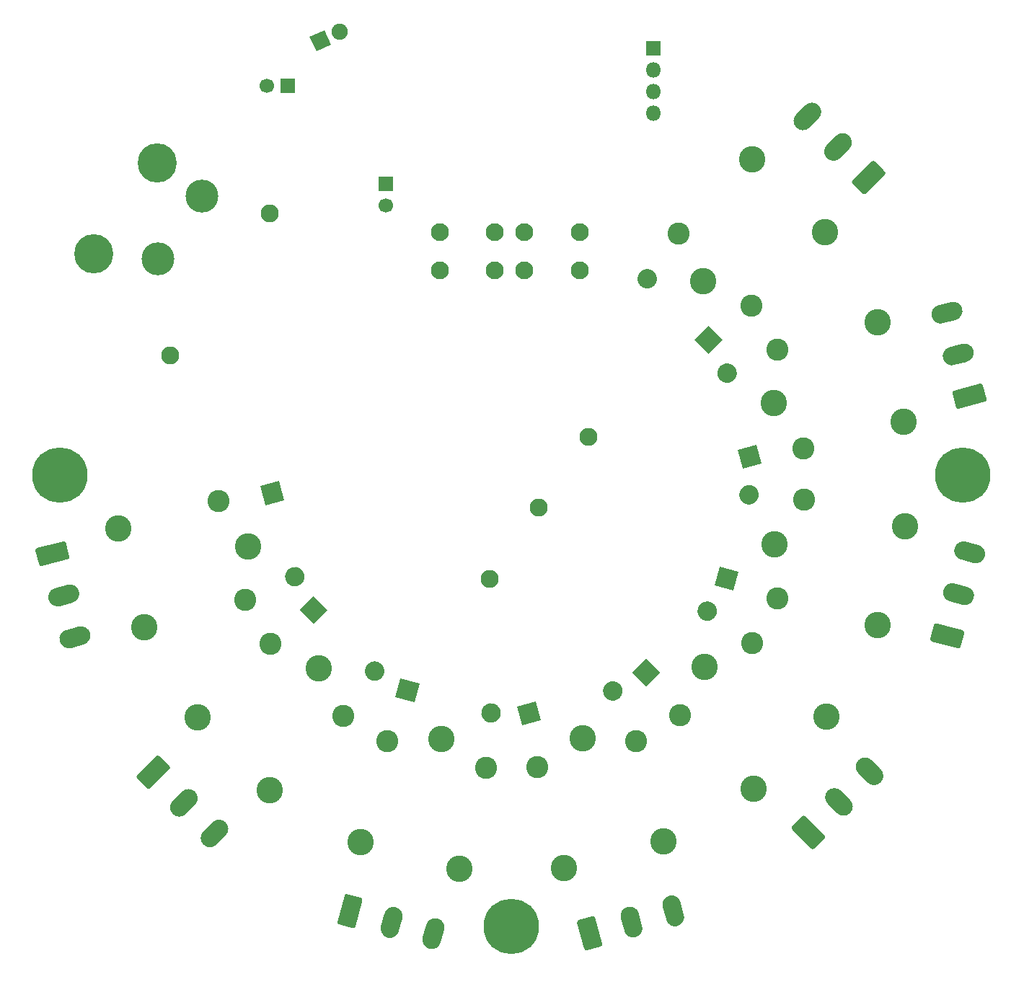
<source format=gbr>
%TF.GenerationSoftware,KiCad,Pcbnew,(5.1.6)-1*%
%TF.CreationDate,2020-11-10T08:59:03-03:00*%
%TF.ProjectId,8rel,3872656c-2e6b-4696-9361-645f70636258,rev?*%
%TF.SameCoordinates,Original*%
%TF.FileFunction,Soldermask,Bot*%
%TF.FilePolarity,Negative*%
%FSLAX46Y46*%
G04 Gerber Fmt 4.6, Leading zero omitted, Abs format (unit mm)*
G04 Created by KiCad (PCBNEW (5.1.6)-1) date 2020-11-10 08:59:03*
%MOMM*%
%LPD*%
G01*
G04 APERTURE LIST*
%ADD10C,0.900000*%
%ADD11C,6.500000*%
%ADD12C,2.125000*%
%ADD13C,4.600000*%
%ADD14C,3.859000*%
%ADD15O,1.800000X1.800000*%
%ADD16R,1.800000X1.800000*%
%ADD17C,1.700000*%
%ADD18R,1.700000X1.700000*%
%ADD19C,2.100000*%
%ADD20C,0.100000*%
%ADD21C,2.600000*%
%ADD22C,3.100000*%
%ADD23C,1.900000*%
G04 APERTURE END LIST*
D10*
%TO.C,REF\u002A\u002A*%
X101697056Y-151302944D03*
X100000000Y-150600000D03*
X98302944Y-151302944D03*
X97600000Y-153000000D03*
X98302944Y-154697056D03*
X100000000Y-155400000D03*
X101697056Y-154697056D03*
X102400000Y-153000000D03*
D11*
X100000000Y-153000000D03*
%TD*%
D10*
%TO.C,REF\u002A\u002A*%
X154697056Y-98302944D03*
X153000000Y-97600000D03*
X151302944Y-98302944D03*
X150600000Y-100000000D03*
X151302944Y-101697056D03*
X153000000Y-102400000D03*
X154697056Y-101697056D03*
X155400000Y-100000000D03*
D11*
X153000000Y-100000000D03*
%TD*%
D10*
%TO.C,REF\u002A\u002A*%
X48697056Y-98302944D03*
X47000000Y-97600000D03*
X45302944Y-98302944D03*
X44600000Y-100000000D03*
X45302944Y-101697056D03*
X47000000Y-102400000D03*
X48697056Y-101697056D03*
X49400000Y-100000000D03*
D11*
X47000000Y-100000000D03*
%TD*%
D12*
%TO.C,PS1*%
X109122574Y-95532551D03*
X103295038Y-103855135D03*
X97467501Y-112177720D03*
X60015870Y-85953806D03*
X71670943Y-69308636D03*
%TD*%
D13*
%TO.C,J11*%
X58474679Y-63395148D03*
X51018185Y-74044125D03*
D14*
X63713131Y-67246268D03*
X58550943Y-74618636D03*
%TD*%
D15*
%TO.C,J10*%
X116750943Y-57498636D03*
X116750943Y-54958636D03*
X116750943Y-52418636D03*
D16*
X116750943Y-49878636D03*
%TD*%
D17*
%TO.C,C5*%
X85270943Y-68318636D03*
D18*
X85270943Y-65818636D03*
%TD*%
D17*
%TO.C,C3*%
X71310943Y-54298636D03*
D18*
X73810943Y-54298636D03*
%TD*%
D19*
%TO.C,SW2*%
X108070943Y-71448636D03*
X108070943Y-75948636D03*
X101570943Y-71448636D03*
X101570943Y-75948636D03*
%TD*%
%TO.C,SW1*%
X98120943Y-71448636D03*
X98120943Y-75948636D03*
X91620943Y-71448636D03*
X91620943Y-75948636D03*
%TD*%
%TO.C,D5*%
G36*
G01*
X122228125Y-116813676D02*
X122228125Y-116813676D01*
G75*
G02*
X122228125Y-115187330I813173J813173D01*
G01*
X122228125Y-115187330D01*
G75*
G02*
X123854471Y-115187330I813173J-813173D01*
G01*
X123854471Y-115187330D01*
G75*
G02*
X123854471Y-116813676I-813173J-813173D01*
G01*
X123854471Y-116813676D01*
G75*
G02*
X122228125Y-116813676I-813173J813173D01*
G01*
G37*
D20*
G36*
X115857093Y-124811054D02*
G01*
X114230747Y-123184708D01*
X115857093Y-121558362D01*
X117483439Y-123184708D01*
X115857093Y-124811054D01*
G37*
%TD*%
%TO.C,D8*%
G36*
X124811054Y-84142907D02*
G01*
X123184708Y-85769253D01*
X121558362Y-84142907D01*
X123184708Y-82516561D01*
X124811054Y-84142907D01*
G37*
G36*
G01*
X116813676Y-77771875D02*
X116813676Y-77771875D01*
G75*
G02*
X115187330Y-77771875I-813173J813173D01*
G01*
X115187330Y-77771875D01*
G75*
G02*
X115187330Y-76145529I813173J813173D01*
G01*
X115187330Y-76145529D01*
G75*
G02*
X116813676Y-76145529I813173J-813173D01*
G01*
X116813676Y-76145529D01*
G75*
G02*
X116813676Y-77771875I-813173J-813173D01*
G01*
G37*
%TD*%
%TO.C,D7*%
G36*
X129415550Y-98672881D02*
G01*
X127193920Y-99268165D01*
X126598636Y-97046535D01*
X128820266Y-96451251D01*
X129415550Y-98672881D01*
G37*
G36*
G01*
X125675134Y-89156717D02*
X125675134Y-89156717D01*
G75*
G02*
X124266677Y-88343544I-297642J1110815D01*
G01*
X124266677Y-88343544D01*
G75*
G02*
X125079850Y-86935087I1110815J297642D01*
G01*
X125079850Y-86935087D01*
G75*
G02*
X126488307Y-87748260I297642J-1110815D01*
G01*
X126488307Y-87748260D01*
G75*
G02*
X125675134Y-89156717I-1110815J-297642D01*
G01*
G37*
%TD*%
%TO.C,D6*%
G36*
X126138173Y-113558457D02*
G01*
X123916543Y-112963173D01*
X124511827Y-110741543D01*
X126733457Y-111336827D01*
X126138173Y-113558457D01*
G37*
G36*
G01*
X127656959Y-103447009D02*
X127656959Y-103447009D01*
G75*
G02*
X126843786Y-102038552I297642J1110815D01*
G01*
X126843786Y-102038552D01*
G75*
G02*
X128252243Y-101225379I1110815J-297642D01*
G01*
X128252243Y-101225379D01*
G75*
G02*
X129065416Y-102633836I-297642J-1110815D01*
G01*
X129065416Y-102633836D01*
G75*
G02*
X127656959Y-103447009I-1110815J297642D01*
G01*
G37*
%TD*%
%TO.C,D4*%
G36*
X101327118Y-129415550D02*
G01*
X100731834Y-127193920D01*
X102953464Y-126598636D01*
X103548748Y-128820266D01*
X101327118Y-129415550D01*
G37*
G36*
G01*
X110843282Y-125675134D02*
X110843282Y-125675134D01*
G75*
G02*
X111656455Y-124266677I1110815J297642D01*
G01*
X111656455Y-124266677D01*
G75*
G02*
X113064912Y-125079850I297642J-1110815D01*
G01*
X113064912Y-125079850D01*
G75*
G02*
X112251739Y-126488307I-1110815J-297642D01*
G01*
X112251739Y-126488307D01*
G75*
G02*
X110843282Y-125675134I-297642J1110815D01*
G01*
G37*
%TD*%
%TO.C,D3*%
G36*
X86441542Y-126138173D02*
G01*
X87036826Y-123916543D01*
X89258456Y-124511827D01*
X88663172Y-126733457D01*
X86441542Y-126138173D01*
G37*
G36*
G01*
X96552990Y-127656959D02*
X96552990Y-127656959D01*
G75*
G02*
X97961447Y-126843786I1110815J-297642D01*
G01*
X97961447Y-126843786D01*
G75*
G02*
X98774620Y-128252243I-297642J-1110815D01*
G01*
X98774620Y-128252243D01*
G75*
G02*
X97366163Y-129065416I-1110815J297642D01*
G01*
X97366163Y-129065416D01*
G75*
G02*
X96552990Y-127656959I297642J1110815D01*
G01*
G37*
%TD*%
%TO.C,D2*%
G36*
X75188945Y-115857093D02*
G01*
X76815291Y-114230747D01*
X78441637Y-115857093D01*
X76815291Y-117483439D01*
X75188945Y-115857093D01*
G37*
G36*
G01*
X83186323Y-122228125D02*
X83186323Y-122228125D01*
G75*
G02*
X84812669Y-122228125I813173J-813173D01*
G01*
X84812669Y-122228125D01*
G75*
G02*
X84812669Y-123854471I-813173J-813173D01*
G01*
X84812669Y-123854471D01*
G75*
G02*
X83186323Y-123854471I-813173J813173D01*
G01*
X83186323Y-123854471D01*
G75*
G02*
X83186323Y-122228125I813173J813173D01*
G01*
G37*
%TD*%
%TO.C,D1*%
G36*
G01*
X74324866Y-110843282D02*
X74324866Y-110843282D01*
G75*
G02*
X75733323Y-111656455I297642J-1110815D01*
G01*
X75733323Y-111656455D01*
G75*
G02*
X74920150Y-113064912I-1110815J-297642D01*
G01*
X74920150Y-113064912D01*
G75*
G02*
X73511693Y-112251739I-297642J1110815D01*
G01*
X73511693Y-112251739D01*
G75*
G02*
X74324866Y-110843282I1110815J297642D01*
G01*
G37*
G36*
X70584450Y-101327118D02*
G01*
X72806080Y-100731834D01*
X73401364Y-102953464D01*
X71179734Y-103548748D01*
X70584450Y-101327118D01*
G37*
%TD*%
D21*
%TO.C,K7*%
X134349548Y-96909761D03*
D22*
X146133843Y-93752169D03*
X143063369Y-82099822D03*
D21*
X131243719Y-85318651D03*
D22*
X130900137Y-91570607D03*
%TD*%
D21*
%TO.C,K8*%
X128202461Y-80149001D03*
D22*
X136829164Y-71522298D03*
X128343883Y-62966306D03*
D21*
X119717180Y-71663719D03*
D22*
X122545607Y-77249863D03*
%TD*%
%TO.C,J8*%
G36*
G01*
X143885076Y-64730342D02*
X141639331Y-66976088D01*
G75*
G02*
X141268781Y-66976088I-185275J185275D01*
G01*
X140097837Y-65805144D01*
G75*
G02*
X140097837Y-65434594I185275J185275D01*
G01*
X142343583Y-63188848D01*
G75*
G02*
X142714133Y-63188848I185275J-185275D01*
G01*
X143885077Y-64359792D01*
G75*
G02*
X143885077Y-64730342I-185275J-185275D01*
G01*
G37*
G36*
G01*
X139707503Y-61723711D02*
X138632700Y-62798513D01*
G75*
G02*
X137091208Y-62798513I-770746J770746D01*
G01*
X137091208Y-62798513D01*
G75*
G02*
X137091208Y-61257021I770746J770746D01*
G01*
X138166010Y-60182219D01*
G75*
G02*
X139707502Y-60182219I770746J-770746D01*
G01*
X139707502Y-60182219D01*
G75*
G02*
X139707502Y-61723711I-770746J-770746D01*
G01*
G37*
G36*
G01*
X136115400Y-58131608D02*
X135040597Y-59206410D01*
G75*
G02*
X133499105Y-59206410I-770746J770746D01*
G01*
X133499105Y-59206410D01*
G75*
G02*
X133499105Y-57664918I770746J770746D01*
G01*
X134573907Y-56590116D01*
G75*
G02*
X136115399Y-56590116I770746J-770746D01*
G01*
X136115399Y-56590116D01*
G75*
G02*
X136115399Y-58131608I-770746J-770746D01*
G01*
G37*
%TD*%
%TO.C,J7*%
G36*
G01*
X155640421Y-91398117D02*
X152572675Y-92220117D01*
G75*
G02*
X152251770Y-92034842I-67815J253090D01*
G01*
X151823175Y-90435304D01*
G75*
G02*
X152008450Y-90114399I253090J67815D01*
G01*
X155076195Y-89292399D01*
G75*
G02*
X155397100Y-89477674I67815J-253090D01*
G01*
X155825695Y-91077212D01*
G75*
G02*
X155640420Y-91398117I-253090J-67815D01*
G01*
G37*
G36*
G01*
X153525850Y-86705512D02*
X152057643Y-87098916D01*
G75*
G02*
X150722671Y-86328170I-282113J1052859D01*
G01*
X150722671Y-86328170D01*
G75*
G02*
X151493417Y-84993198I1052859J282113D01*
G01*
X152961625Y-84599794D01*
G75*
G02*
X154296597Y-85370540I282113J-1052859D01*
G01*
X154296597Y-85370540D01*
G75*
G02*
X153525851Y-86705512I-1052859J-282113D01*
G01*
G37*
G36*
G01*
X152211050Y-81798609D02*
X150742843Y-82192013D01*
G75*
G02*
X149407871Y-81421267I-282113J1052859D01*
G01*
X149407871Y-81421267D01*
G75*
G02*
X150178617Y-80086295I1052859J282113D01*
G01*
X151646825Y-79692891D01*
G75*
G02*
X152981797Y-80463637I282113J-1052859D01*
G01*
X152981797Y-80463637D01*
G75*
G02*
X152211051Y-81798609I-1052859J-282113D01*
G01*
G37*
%TD*%
%TO.C,J6*%
G36*
G01*
X152486959Y-120370762D02*
X149419214Y-119548762D01*
G75*
G02*
X149233939Y-119227857I67815J253090D01*
G01*
X149662534Y-117628319D01*
G75*
G02*
X149983439Y-117443044I253090J-67815D01*
G01*
X153051184Y-118265044D01*
G75*
G02*
X153236459Y-118585949I-67815J-253090D01*
G01*
X152807864Y-120185487D01*
G75*
G02*
X152486959Y-120370762I-253090J67815D01*
G01*
G37*
G36*
G01*
X153001991Y-115249562D02*
X151533783Y-114856157D01*
G75*
G02*
X150763037Y-113521185I282113J1052859D01*
G01*
X150763037Y-113521185D01*
G75*
G02*
X152098009Y-112750439I1052859J-282113D01*
G01*
X153566217Y-113143843D01*
G75*
G02*
X154336963Y-114478815I-282113J-1052859D01*
G01*
X154336963Y-114478815D01*
G75*
G02*
X153001991Y-115249561I-1052859J282113D01*
G01*
G37*
G36*
G01*
X154316791Y-110342659D02*
X152848583Y-109949254D01*
G75*
G02*
X152077837Y-108614282I282113J1052859D01*
G01*
X152077837Y-108614282D01*
G75*
G02*
X153412809Y-107843536I1052859J-282113D01*
G01*
X154881017Y-108236940D01*
G75*
G02*
X155651763Y-109571912I-282113J-1052859D01*
G01*
X155651763Y-109571912D01*
G75*
G02*
X154316791Y-110342658I-1052859J282113D01*
G01*
G37*
%TD*%
%TO.C,J5*%
G36*
G01*
X135269658Y-143885076D02*
X133023912Y-141639331D01*
G75*
G02*
X133023912Y-141268781I185275J185275D01*
G01*
X134194856Y-140097837D01*
G75*
G02*
X134565406Y-140097837I185275J-185275D01*
G01*
X136811152Y-142343583D01*
G75*
G02*
X136811152Y-142714133I-185275J-185275D01*
G01*
X135640208Y-143885077D01*
G75*
G02*
X135269658Y-143885077I-185275J185275D01*
G01*
G37*
G36*
G01*
X138276289Y-139707503D02*
X137201487Y-138632700D01*
G75*
G02*
X137201487Y-137091208I770746J770746D01*
G01*
X137201487Y-137091208D01*
G75*
G02*
X138742979Y-137091208I770746J-770746D01*
G01*
X139817781Y-138166010D01*
G75*
G02*
X139817781Y-139707502I-770746J-770746D01*
G01*
X139817781Y-139707502D01*
G75*
G02*
X138276289Y-139707502I-770746J770746D01*
G01*
G37*
G36*
G01*
X141868392Y-136115400D02*
X140793590Y-135040597D01*
G75*
G02*
X140793590Y-133499105I770746J770746D01*
G01*
X140793590Y-133499105D01*
G75*
G02*
X142335082Y-133499105I770746J-770746D01*
G01*
X143409884Y-134573907D01*
G75*
G02*
X143409884Y-136115399I-770746J-770746D01*
G01*
X143409884Y-136115399D01*
G75*
G02*
X141868392Y-136115399I-770746J770746D01*
G01*
G37*
%TD*%
%TO.C,J4*%
G36*
G01*
X108601882Y-155640421D02*
X107779882Y-152572675D01*
G75*
G02*
X107965157Y-152251770I253090J67815D01*
G01*
X109564695Y-151823175D01*
G75*
G02*
X109885600Y-152008450I67815J-253090D01*
G01*
X110707600Y-155076195D01*
G75*
G02*
X110522325Y-155397100I-253090J-67815D01*
G01*
X108922787Y-155825695D01*
G75*
G02*
X108601882Y-155640420I-67815J253090D01*
G01*
G37*
G36*
G01*
X113294487Y-153525850D02*
X112901083Y-152057643D01*
G75*
G02*
X113671829Y-150722671I1052859J282113D01*
G01*
X113671829Y-150722671D01*
G75*
G02*
X115006801Y-151493417I282113J-1052859D01*
G01*
X115400205Y-152961625D01*
G75*
G02*
X114629459Y-154296597I-1052859J-282113D01*
G01*
X114629459Y-154296597D01*
G75*
G02*
X113294487Y-153525851I-282113J1052859D01*
G01*
G37*
G36*
G01*
X118201390Y-152211050D02*
X117807986Y-150742843D01*
G75*
G02*
X118578732Y-149407871I1052859J282113D01*
G01*
X118578732Y-149407871D01*
G75*
G02*
X119913704Y-150178617I282113J-1052859D01*
G01*
X120307108Y-151646825D01*
G75*
G02*
X119536362Y-152981797I-1052859J-282113D01*
G01*
X119536362Y-152981797D01*
G75*
G02*
X118201390Y-152211051I-282113J1052859D01*
G01*
G37*
%TD*%
%TO.C,J3*%
G36*
G01*
X79629238Y-152486958D02*
X80451238Y-149419213D01*
G75*
G02*
X80772143Y-149233938I253090J-67815D01*
G01*
X82371681Y-149662533D01*
G75*
G02*
X82556956Y-149983438I-67815J-253090D01*
G01*
X81734956Y-153051183D01*
G75*
G02*
X81414051Y-153236458I-253090J67815D01*
G01*
X79814513Y-152807863D01*
G75*
G02*
X79629238Y-152486958I67815J253090D01*
G01*
G37*
G36*
G01*
X84750438Y-153001990D02*
X85143843Y-151533782D01*
G75*
G02*
X86478815Y-150763036I1052859J-282113D01*
G01*
X86478815Y-150763036D01*
G75*
G02*
X87249561Y-152098008I-282113J-1052859D01*
G01*
X86856157Y-153566216D01*
G75*
G02*
X85521185Y-154336962I-1052859J282113D01*
G01*
X85521185Y-154336962D01*
G75*
G02*
X84750439Y-153001990I282113J1052859D01*
G01*
G37*
G36*
G01*
X89657341Y-154316790D02*
X90050746Y-152848582D01*
G75*
G02*
X91385718Y-152077836I1052859J-282113D01*
G01*
X91385718Y-152077836D01*
G75*
G02*
X92156464Y-153412808I-282113J-1052859D01*
G01*
X91763060Y-154881016D01*
G75*
G02*
X90428088Y-155651762I-1052859J282113D01*
G01*
X90428088Y-155651762D01*
G75*
G02*
X89657342Y-154316790I282113J1052859D01*
G01*
G37*
%TD*%
%TO.C,J2*%
G36*
G01*
X56114923Y-135269658D02*
X58360668Y-133023912D01*
G75*
G02*
X58731218Y-133023912I185275J-185275D01*
G01*
X59902162Y-134194856D01*
G75*
G02*
X59902162Y-134565406I-185275J-185275D01*
G01*
X57656416Y-136811152D01*
G75*
G02*
X57285866Y-136811152I-185275J185275D01*
G01*
X56114922Y-135640208D01*
G75*
G02*
X56114922Y-135269658I185275J185275D01*
G01*
G37*
G36*
G01*
X60292496Y-138276289D02*
X61367299Y-137201487D01*
G75*
G02*
X62908791Y-137201487I770746J-770746D01*
G01*
X62908791Y-137201487D01*
G75*
G02*
X62908791Y-138742979I-770746J-770746D01*
G01*
X61833989Y-139817781D01*
G75*
G02*
X60292497Y-139817781I-770746J770746D01*
G01*
X60292497Y-139817781D01*
G75*
G02*
X60292497Y-138276289I770746J770746D01*
G01*
G37*
G36*
G01*
X63884599Y-141868392D02*
X64959402Y-140793590D01*
G75*
G02*
X66500894Y-140793590I770746J-770746D01*
G01*
X66500894Y-140793590D01*
G75*
G02*
X66500894Y-142335082I-770746J-770746D01*
G01*
X65426092Y-143409884D01*
G75*
G02*
X63884600Y-143409884I-770746J770746D01*
G01*
X63884600Y-143409884D01*
G75*
G02*
X63884600Y-141868392I770746J770746D01*
G01*
G37*
%TD*%
D21*
%TO.C,K6*%
X131292700Y-114498548D03*
D22*
X143076995Y-117656141D03*
X146244061Y-106029675D03*
D21*
X134398529Y-102907438D03*
D22*
X130975000Y-108150000D03*
%TD*%
D21*
%TO.C,K5*%
X119850999Y-128202461D03*
D22*
X128477702Y-136829164D03*
X137033694Y-128343883D03*
D21*
X128336281Y-119717180D03*
D22*
X122750137Y-122545607D03*
%TD*%
D21*
%TO.C,K4*%
X103090239Y-134349548D03*
D22*
X106247831Y-146133843D03*
X117900178Y-143063369D03*
D21*
X114681349Y-131243719D03*
D22*
X108429393Y-130900137D03*
%TD*%
D21*
%TO.C,K3*%
X85501452Y-131292700D03*
D22*
X82343859Y-143076995D03*
X93970325Y-146244061D03*
D21*
X97092562Y-134398529D03*
D22*
X91850000Y-130975000D03*
%TD*%
D21*
%TO.C,K2*%
X71797539Y-119850999D03*
D22*
X63170836Y-128477702D03*
X71656117Y-137033694D03*
D21*
X80282820Y-128336281D03*
D22*
X77454393Y-122750137D03*
%TD*%
%TO.C,K1*%
X69099863Y-108429393D03*
D21*
X68756281Y-114681349D03*
D22*
X56936631Y-117900178D03*
X53866157Y-106247831D03*
D21*
X65650452Y-103090239D03*
%TD*%
%TO.C,J1*%
G36*
G01*
X47788949Y-118201390D02*
X49257156Y-117807986D01*
G75*
G02*
X50592128Y-118578732I282113J-1052859D01*
G01*
X50592128Y-118578732D01*
G75*
G02*
X49821382Y-119913704I-1052859J-282113D01*
G01*
X48353174Y-120307108D01*
G75*
G02*
X47018202Y-119536362I-282113J1052859D01*
G01*
X47018202Y-119536362D01*
G75*
G02*
X47788948Y-118201390I1052859J282113D01*
G01*
G37*
G36*
G01*
X46474149Y-113294487D02*
X47942356Y-112901083D01*
G75*
G02*
X49277328Y-113671829I282113J-1052859D01*
G01*
X49277328Y-113671829D01*
G75*
G02*
X48506582Y-115006801I-1052859J-282113D01*
G01*
X47038374Y-115400205D01*
G75*
G02*
X45703402Y-114629459I-282113J1052859D01*
G01*
X45703402Y-114629459D01*
G75*
G02*
X46474148Y-113294487I1052859J282113D01*
G01*
G37*
G36*
G01*
X44359578Y-108601882D02*
X47427324Y-107779882D01*
G75*
G02*
X47748229Y-107965157I67815J-253090D01*
G01*
X48176824Y-109564695D01*
G75*
G02*
X47991549Y-109885600I-253090J-67815D01*
G01*
X44923804Y-110707600D01*
G75*
G02*
X44602899Y-110522325I-67815J253090D01*
G01*
X44174304Y-108922787D01*
G75*
G02*
X44359579Y-108601882I253090J67815D01*
G01*
G37*
%TD*%
D23*
%TO.C,D0*%
X79926146Y-47943917D03*
D20*
G36*
X77164619Y-50279847D02*
G01*
X76361644Y-48557862D01*
X78083629Y-47754887D01*
X78886604Y-49476872D01*
X77164619Y-50279847D01*
G37*
%TD*%
M02*

</source>
